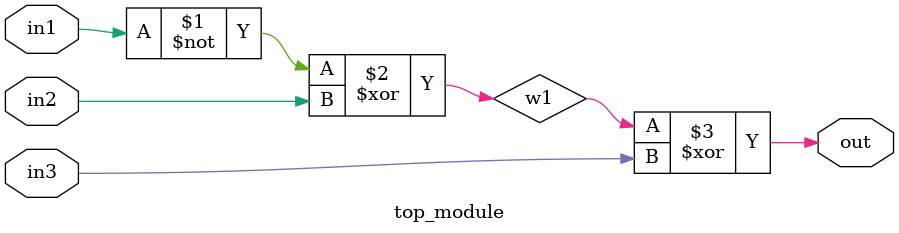
<source format=v>
module top_module (
    input in1,
    input in2,
    input in3,
    output out);
	
    wire w1;
    
    assign w1 = ~in1 ^ in2;
    assign out = w1 ^ in3;
    
endmodule

</source>
